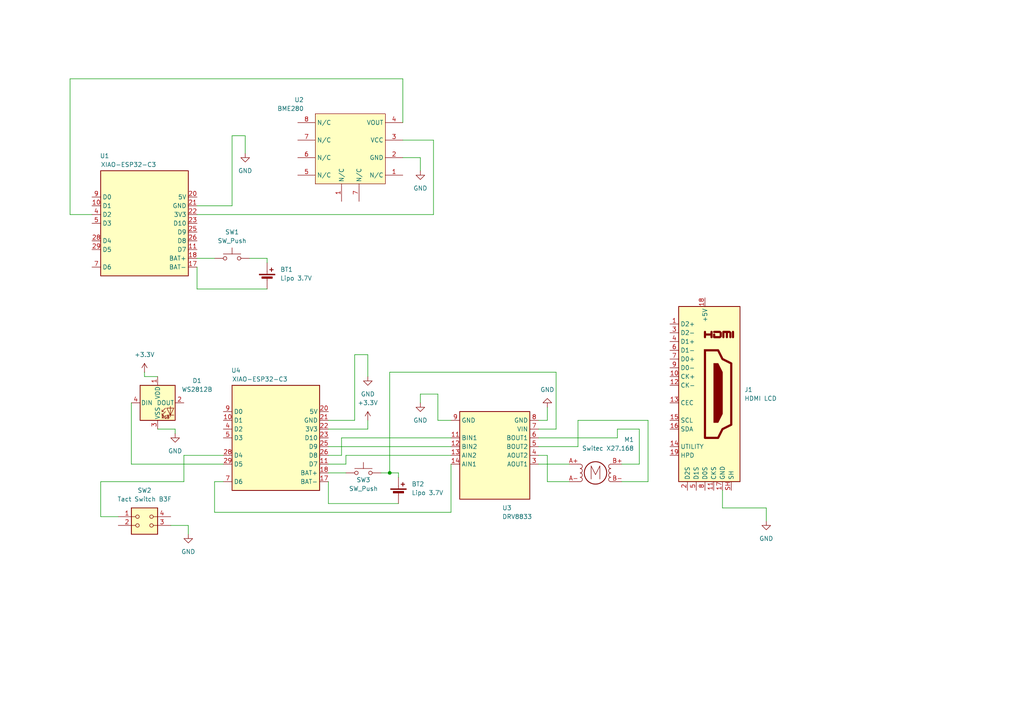
<source format=kicad_sch>
(kicad_sch (version 20250114) (generator "eeschema") (generator_version "9.0")
  (paper "A4")
  (lib_symbols
    (symbol "Connector:HDMI_A"
      (property "Reference" "J" (at -6.35 26.67 0))
      (property "Value" "HDMI_A" (at 10.16 26.67 0))
      (symbol "HDMI_A_0_0"
        (polyline (pts (xy 0 16.51) (xy 0 18.034) (xy 0 17.272) (xy 1.905 17.272) (xy 1.905 18.034) (xy 1.905 16.51)) (stroke (width 0.635)))
        (polyline (pts (xy 2.667 18.034) (xy 4.318 18.034) (xy 4.572 17.78) (xy 4.572 16.764) (xy 4.318 16.51) (xy 2.667 16.51) (xy 2.667 17.272)) (stroke (width 0.635)))
        (polyline (pts (xy 8.128 16.51) (xy 8.128 18.034)) (stroke (width 0.635)))
      )
      (symbol "HDMI_A_0_1"
        (rectangle (start -7.62 25.4) (end 10.16 -25.4) (stroke (width 0.254)) (fill (type background)))
        (polyline (pts (xy 0 12.7) (xy 0 -12.7) (xy 3.81 -12.7) (xy 5.08 -10.16) (xy 7.62 -8.89) (xy 7.62 8.89) (xy 5.08 10.16) (xy 3.81 12.7) (xy 0 12.7)) (stroke (width 0.635)))
        (polyline (pts (xy 2.54 8.89) (xy 3.81 8.89) (xy 5.08 6.35) (xy 5.08 -5.715) (xy 3.81 -8.255) (xy 2.54 -8.255) (xy 2.54 8.89)) (fill (type outline)))
        (polyline (pts (xy 5.334 16.51) (xy 5.334 18.034) (xy 6.35 18.034) (xy 6.35 16.51) (xy 6.35 18.034) (xy 7.112 18.034) (xy 7.366 17.78) (xy 7.366 16.51)) (stroke (width 0.635)))
      )
      (symbol "HDMI_A_1_1"
        (pin passive line (at -10.16 20.32 0) (length 2.54) (name "D2+") (number "1"))
        (pin passive line (at -10.16 17.78 0) (length 2.54) (name "D2-") (number "3"))
        (pin passive line (at -10.16 15.24 0) (length 2.54) (name "D1+") (number "4"))
        (pin passive line (at -10.16 12.7 0) (length 2.54) (name "D1-") (number "6"))
        (pin passive line (at -10.16 10.16 0) (length 2.54) (name "D0+") (number "7"))
        (pin passive line (at -10.16 7.62 0) (length 2.54) (name "D0-") (number "9"))
        (pin passive line (at -10.16 5.08 0) (length 2.54) (name "CK+") (number "10"))
        (pin passive line (at -10.16 2.54 0) (length 2.54) (name "CK-") (number "12"))
        (pin bidirectional line (at -10.16 -2.54 0) (length 2.54) (name "CEC") (number "13"))
        (pin passive line (at -10.16 -7.62 0) (length 2.54) (name "SCL") (number "15"))
        (pin bidirectional line (at -10.16 -10.16 0) (length 2.54) (name "SDA") (number "16"))
        (pin passive line (at -10.16 -15.24 0) (length 2.54) (name "UTILITY") (number "14"))
        (pin passive line (at -10.16 -17.78 0) (length 2.54) (name "HPD") (number "19"))
        (pin power_in line (at -5.08 -27.94 90) (length 2.54) (name "D2S") (number "2"))
        (pin power_in line (at -2.54 -27.94 90) (length 2.54) (name "D1S") (number "5"))
        (pin power_in line (at 0 27.94 270) (length 2.54) (name "+5V") (number "18"))
        (pin power_in line (at 0 -27.94 90) (length 2.54) (name "D0S") (number "8"))
        (pin power_in line (at 2.54 -27.94 90) (length 2.54) (name "CKS") (number "11"))
        (pin power_in line (at 5.08 -27.94 90) (length 2.54) (name "GND") (number "17"))
        (pin passive line (at 7.62 -27.94 90) (length 2.54) (name "SH") (number "SH"))
      )
    )
    (symbol "Device:Battery_Cell" (pin_numbers (hide yes)) (pin_names (offset 0) (hide yes))
      (property "Reference" "BT" (at 2.54 2.54 0))
      (property "Value" "Battery_Cell" (at 2.54 0 0))
      (symbol "Battery_Cell_0_1"
        (rectangle (start -2.286 1.778) (end 2.286 1.524) (fill (type outline)))
        (rectangle (start -1.524 1.016) (end 1.524 0.508) (fill (type outline)))
        (polyline (pts (xy 0 1.778) (xy 0 2.54)))
        (polyline (pts (xy 0 0.762) (xy 0 0)))
        (polyline (pts (xy 0.762 3.048) (xy 1.778 3.048)) (stroke (width 0.254)))
        (polyline (pts (xy 1.27 3.556) (xy 1.27 2.54)) (stroke (width 0.254)))
      )
      (symbol "Battery_Cell_1_1"
        (pin passive line (at 0 5.08 270) (length 2.54) (name "+") (number "1"))
        (pin passive line (at 0 -2.54 90) (length 2.54) (name "-") (number "2"))
      )
    )
    (symbol "Driver_Motor:DRV8833RTY"
      (property "Reference" "U3" (at 2.1433 -15.24 0))
      (property "Value" "DRV8833" (at 2.1433 -17.78 0))
      (symbol "DRV8833RTY_0_1"
        (rectangle (start -10.16 12.7) (end 10.16 -12.7) (stroke (width 0.254)) (fill (type background)))
      )
      (symbol "DRV8833RTY_1_1"
        (pin power_in line (at -12.7 10.16 0) (length 2.54) (name "GND") (number "9"))
        (pin bidirectional line (at -12.7 7.62 0) (length 2.54) (hide yes) (name "VCP") (number "10"))
        (pin input line (at -12.7 5.08 0) (length 2.54) (name "BIN1") (number "11"))
        (pin input line (at -12.7 2.54 0) (length 2.54) (name "BIN2") (number "12"))
        (pin input line (at -12.7 0 0) (length 2.54) (name "AIN2") (number "13"))
        (pin input line (at -12.7 -2.54 0) (length 2.54) (name "AIN1") (number "14"))
        (pin input line (at -12.7 -5.08 0) (length 2.54) (hide yes) (name "BIN1") (number "15"))
        (pin input line (at -12.7 -7.62 0) (length 2.54) (hide yes) (name "16") (number "8"))
        (pin power_in line (at 0 -15.24 90) (length 2.54) (hide yes) (name "GND") (number "11"))
        (pin passive line (at 0 -15.24 90) (length 2.54) (hide yes) (name "GND") (number "17"))
        (pin power_in line (at 5.08 15.24 270) (length 2.54) (hide yes) (name "VINT") (number "12"))
        (pin power_in line (at 7.62 15.24 270) (length 2.54) (hide yes) (name "VM") (number "10"))
        (pin power_in line (at 12.7 10.16 180) (length 2.54) (name "GND") (number "8"))
        (pin power_in line (at 12.7 7.62 180) (length 2.54) (name "VIN") (number "7"))
        (pin power_out line (at 12.7 5.08 180) (length 2.54) (name "BOUT1") (number "6"))
        (pin power_out line (at 12.7 2.54 180) (length 2.54) (name "BOUT2") (number "5"))
        (pin power_out line (at 12.7 0 180) (length 2.54) (name "AOUT2") (number "4"))
        (pin power_out line (at 12.7 -2.54 180) (length 2.54) (name "AOUT1") (number "3"))
        (pin power_out line (at 12.7 -5.08 180) (length 2.54) (hide yes) (name "BOUT1") (number "2"))
        (pin power_out line (at 12.7 -7.62 180) (length 2.54) (hide yes) (name "BOUT2") (number "1"))
      )
    )
    (symbol "LED:WS2812B" (pin_names (offset 0.254))
      (property "Reference" "D" (at 5.08 5.715 0))
      (property "Value" "WS2812B" (at 1.27 -5.715 0))
      (symbol "WS2812B_0_0"
        (text "RGB" (at 2.286 -4.191 0) (effects (font (size 0.762 0.762))))
      )
      (symbol "WS2812B_0_1"
        (polyline (pts (xy 1.27 -2.54) (xy 1.778 -2.54)))
        (polyline (pts (xy 1.27 -3.556) (xy 1.778 -3.556)))
        (polyline (pts (xy 2.286 -1.524) (xy 1.27 -2.54) (xy 1.27 -2.032)))
        (polyline (pts (xy 2.286 -2.54) (xy 1.27 -3.556) (xy 1.27 -3.048)))
        (polyline (pts (xy 3.683 -1.016) (xy 3.683 -3.556) (xy 3.683 -4.064)))
        (polyline (pts (xy 4.699 -1.524) (xy 2.667 -1.524) (xy 3.683 -3.556) (xy 4.699 -1.524)))
        (polyline (pts (xy 4.699 -3.556) (xy 2.667 -3.556)))
        (rectangle (start 5.08 5.08) (end -5.08 -5.08) (stroke (width 0.254)) (fill (type background)))
      )
      (symbol "WS2812B_1_1"
        (pin input line (at -7.62 0 0) (length 2.54) (name "DIN") (number "4"))
        (pin power_in line (at 0 7.62 270) (length 2.54) (name "VDD") (number "1"))
        (pin power_in line (at 0 -7.62 90) (length 2.54) (name "VSS") (number "3"))
        (pin output line (at 7.62 0 180) (length 2.54) (name "DOUT") (number "2"))
      )
    )
    (symbol "Motor:Stepper_Motor_bipolar" (pin_names (offset 0) (hide yes))
      (property "Reference" "M1" (at -11.176 9.652 0))
      (property "Value" "Switec X27.168" (at -11.176 7.112 0))
      (symbol "Stepper_Motor_bipolar_0_0"
        (polyline (pts (xy -1.27 -1.778) (xy -1.27 2.032) (xy 0 -0.508) (xy 1.27 2.032) (xy 1.27 -1.778)))
      )
      (symbol "Stepper_Motor_bipolar_0_1"
        (polyline (pts (xy -5.08 2.54) (xy -4.445 2.54)))
        (polyline (pts (xy -5.08 -2.54) (xy -4.445 -2.54)))
        (arc (start -4.445 2.54) (mid -3.8127 1.905) (end -4.445 1.27))
        (arc (start -4.445 1.27) (mid -3.8127 0.635) (end -4.445 0))
        (arc (start -4.445 0) (mid -3.8127 -0.635) (end -4.445 -1.27))
        (arc (start -4.445 -1.27) (mid -3.8127 -1.905) (end -4.445 -2.54))
        (circle (center 0 0) (radius 3.2512) (stroke (width 0.254)))
        (arc (start 4.445 1.27) (mid 3.8127 1.905) (end 4.445 2.54))
        (arc (start 4.445 0) (mid 3.8127 0.635) (end 4.445 1.27))
        (arc (start 4.445 -1.27) (mid 3.8127 -0.635) (end 4.445 0))
        (arc (start 4.445 -2.54) (mid 3.8127 -1.905) (end 4.445 -1.27))
        (polyline (pts (xy 5.08 2.54) (xy 4.445 2.54)))
        (polyline (pts (xy 5.08 -2.54) (xy 4.445 -2.54)))
      )
      (symbol "Stepper_Motor_bipolar_1_1"
        (pin passive line (at -7.62 2.54 0) (length 2.54) (name "~") (number "B+"))
        (pin passive line (at -7.62 -2.54 0) (length 2.54) (name "~") (number "B-"))
        (pin passive line (at 7.62 2.54 180) (length 2.54) (name "-") (number "A+"))
        (pin passive line (at 7.62 -2.54 180) (length 2.54) (name "~") (number "A-"))
      )
    )
    (symbol "RF_Module:ESP32-C3-DevKitM-1"
      (property "Reference" "U1" (at 2.1433 20.32 0))
      (property "Value" "XIAO-ESP32-C3" (at 2.1433 17.78 0))
      (symbol "ESP32-C3-DevKitM-1_1_1"
        (rectangle (start -12.7 15.24) (end 12.7 -15.24) (stroke (width 0.254)) (fill (type background)))
        (pin bidirectional line (at -15.24 7.62 0) (length 2.54) (name "D0") (number "9"))
        (pin bidirectional line (at -15.24 5.08 0) (length 2.54) (name "D1") (number "10"))
        (pin bidirectional line (at -15.24 2.54 0) (length 2.54) (name "D2") (number "4"))
        (pin bidirectional line (at -15.24 0 0) (length 2.54) (name "D3") (number "5"))
        (pin input line (at -15.24 -5.08 0) (length 2.54) (name "D4") (number "28"))
        (pin output line (at -15.24 -7.62 0) (length 2.54) (name "D5") (number "29"))
        (pin input line (at -15.24 -12.7 0) (length 2.54) (name "D6") (number "7"))
        (pin passive line (at 0 17.78 270) (length 2.54) (hide yes) (name "5V") (number "13"))
        (pin passive line (at 0 17.78 270) (length 2.54) (hide yes) (name "5V") (number "14"))
        (pin power_in line (at 0 -17.78 90) (length 2.54) (hide yes) (name "GND") (number "1"))
        (pin passive line (at 0 -17.78 90) (length 2.54) (hide yes) (name "GND") (number "12"))
        (pin passive line (at 0 -17.78 90) (length 2.54) (hide yes) (name "GND") (number "15"))
        (pin passive line (at 0 -17.78 90) (length 2.54) (hide yes) (name "GND") (number "16"))
        (pin passive line (at 0 -17.78 90) (length 2.54) (hide yes) (name "GND") (number "19"))
        (pin passive line (at 0 -17.78 90) (length 2.54) (hide yes) (name "GND") (number "24"))
        (pin passive line (at 0 -17.78 90) (length 2.54) (hide yes) (name "GND") (number "27"))
        (pin passive line (at 0 -17.78 90) (length 2.54) (hide yes) (name "GND") (number "30"))
        (pin passive line (at 0 -17.78 90) (length 2.54) (hide yes) (name "GND") (number "6"))
        (pin passive line (at 0 -17.78 90) (length 2.54) (hide yes) (name "GND") (number "8"))
        (pin power_out line (at 15.24 12.7 180) (length 2.54) (hide yes) (name "3V3") (number "2"))
        (pin passive line (at 15.24 12.7 180) (length 2.54) (hide yes) (name "3V3") (number "3"))
        (pin power_in line (at 15.24 7.62 180) (length 2.54) (name "5V") (number "20"))
        (pin power_in line (at 15.24 5.08 180) (length 2.54) (name "GND") (number "21"))
        (pin power_out line (at 15.24 2.54 180) (length 2.54) (name "3V3") (number "22"))
        (pin bidirectional line (at 15.24 0 180) (length 2.54) (name "D10") (number "23"))
        (pin bidirectional line (at 15.24 -2.54 180) (length 2.54) (name "D9") (number "25"))
        (pin bidirectional line (at 15.24 -5.08 180) (length 2.54) (name "D8") (number "26"))
        (pin bidirectional line (at 15.24 -7.62 180) (length 2.54) (name "D7") (number "11"))
        (pin power_in line (at 15.24 -10.16 180) (length 2.54) (name "BAT+") (number "18"))
        (pin power_in line (at 15.24 -12.7 180) (length 2.54) (name "BAT-") (number "17"))
      )
    )
    (symbol "Sensor:BME280"
      (property "Reference" "U2" (at -13.462 14.224 0))
      (property "Value" "BME280" (at -13.462 11.684 0))
      (symbol "BME280_1_1"
        (rectangle (start -10.16 10.16) (end 10.16 -10.16) (fill (type background)))
        (pin bidirectional line (at -15.24 7.62 0) (length 5.08) (name "N/C") (number "8"))
        (pin input line (at -15.24 2.54 0) (length 5.08) (name "N/C") (number "7"))
        (pin bidirectional line (at -15.24 -2.54 0) (length 5.08) (name "N/C") (number "6"))
        (pin input line (at -15.24 -7.62 0) (length 5.08) (name "N/C") (number "5"))
        (pin power_in line (at -2.54 -15.24 90) (length 5.08) (name "N/C") (number "1"))
        (pin power_in line (at 2.54 -15.24 90) (length 5.08) (name "N/C") (number "7"))
        (pin power_in line (at 15.24 7.62 180) (length 5.08) (name "VOUT") (number "4"))
        (pin power_in line (at 15.24 2.54 180) (length 5.08) (name "VCC") (number "3"))
        (pin output line (at 15.24 -2.54 180) (length 5.08) (name "GND") (number "2"))
        (pin input line (at 15.24 -7.62 180) (length 5.08) (name "N/C") (number "1"))
      )
    )
    (symbol "Switch:SW_DIP_x02" (pin_names (offset 0) (hide yes))
      (property "Reference" "SW2" (at 0 10.16 0))
      (property "Value" "Tact Switch B3F" (at 0 7.62 0))
      (symbol "SW_DIP_x02_0_0"
        (circle (center -2.032 2.54) (radius 0.508))
        (circle (center -2.032 0) (radius 0.508))
        (circle (center 2.032 2.54) (radius 0.508))
        (circle (center 2.032 0) (radius 0.508))
      )
      (symbol "SW_DIP_x02_0_1"
        (rectangle (start -3.81 5.08) (end 3.81 -2.54) (stroke (width 0.254)) (fill (type background)))
      )
      (symbol "SW_DIP_x02_1_1"
        (pin passive line (at -7.62 2.54 0) (length 5.08) (name "SW_A") (number "1"))
        (pin passive line (at -7.62 0 0) (length 5.08) (name "~") (number "2"))
        (pin passive line (at 7.62 2.54 180) (length 5.08) (name "~") (number "4"))
        (pin passive line (at 7.62 0 180) (length 5.08) (name "~") (number "3"))
      )
    )
    (symbol "Switch:SW_Push" (pin_numbers (hide yes)) (pin_names (offset 1.016) (hide yes))
      (property "Reference" "SW" (at 1.27 2.54 0))
      (property "Value" "SW_Push" (at 0 -1.524 0))
      (symbol "SW_Push_0_1"
        (circle (center -2.032 0) (radius 0.508))
        (polyline (pts (xy 0 1.27) (xy 0 3.048)))
        (circle (center 2.032 0) (radius 0.508))
        (polyline (pts (xy 2.54 1.27) (xy -2.54 1.27)))
        (pin passive line (at -5.08 0 0) (length 2.54) (name "1") (number "1"))
        (pin passive line (at 5.08 0 180) (length 2.54) (name "2") (number "2"))
      )
    )
    (symbol "power:+3.3V" (power) (pin_numbers (hide yes)) (pin_names (offset 0) (hide yes))
      (property "Value" "+3.3V" (at 0 3.556 0))
      (symbol "+3.3V_0_1"
        (polyline (pts (xy -0.762 1.27) (xy 0 2.54)))
        (polyline (pts (xy 0 2.54) (xy 0.762 1.27)))
        (polyline (pts (xy 0 0) (xy 0 2.54)))
      )
      (symbol "+3.3V_1_1"
        (pin power_in line (at 0 0 90) (length 0) (name "~") (number "1"))
      )
    )
    (symbol "power:GND" (power) (pin_numbers (hide yes)) (pin_names (offset 0) (hide yes))
      (property "Value" "GND" (at 0 -3.81 0))
      (symbol "GND_0_1"
        (polyline (pts (xy 0 0) (xy 0 -1.27) (xy 1.27 -1.27) (xy 0 -2.54) (xy -1.27 -1.27) (xy 0 -1.27)))
      )
      (symbol "GND_1_1"
        (pin power_in line (at 0 0 270) (length 0) (name "~") (number "1"))
      )
    )
  )
  (junction (at 113.03 137.16))
  (wire (pts (xy 156.21 124.46) (xy 161.29 124.46)))
  (wire (pts (xy 187.96 121.92) (xy 187.96 139.7)))
  (wire (pts (xy 209.55 142.24) (xy 209.55 147.32)))
  (wire (pts (xy 38.1 116.84) (xy 38.1 134.62)))
  (wire (pts (xy 121.92 114.3) (xy 121.92 116.84)))
  (wire (pts (xy 158.75 139.7) (xy 165.1 139.7)))
  (wire (pts (xy 41.91 107.95) (xy 41.91 109.22)))
  (wire (pts (xy 113.03 137.16) (xy 115.57 137.16)))
  (wire (pts (xy 185.42 134.62) (xy 180.34 134.62)))
  (wire (pts (xy 50.8 124.46) (xy 50.8 125.73)))
  (wire (pts (xy 45.72 109.22) (xy 41.91 109.22)))
  (wire (pts (xy 64.77 132.08) (xy 53.34 132.08)))
  (wire (pts (xy 67.31 59.69) (xy 67.31 39.37)))
  (wire (pts (xy 209.55 147.32) (xy 222.25 147.32)))
  (wire (pts (xy 54.61 152.4) (xy 54.61 154.94)))
  (wire (pts (xy 71.12 39.37) (xy 71.12 44.45)))
  (wire (pts (xy 156.21 129.54) (xy 167.64 129.54)))
  (wire (pts (xy 72.39 74.93) (xy 77.47 74.93)))
  (wire (pts (xy 116.84 45.72) (xy 121.92 45.72)))
  (wire (pts (xy 130.81 148.59) (xy 62.23 148.59)))
  (wire (pts (xy 57.15 62.23) (xy 125.73 62.23)))
  (wire (pts (xy 57.15 59.69) (xy 67.31 59.69)))
  (wire (pts (xy 29.21 139.7) (xy 29.21 149.86)))
  (wire (pts (xy 185.42 124.46) (xy 185.42 134.62)))
  (wire (pts (xy 116.84 22.86) (xy 20.32 22.86)))
  (wire (pts (xy 77.47 74.93) (xy 77.47 76.2)))
  (wire (pts (xy 161.29 107.95) (xy 113.03 107.95)))
  (wire (pts (xy 95.25 129.54) (xy 130.81 129.54)))
  (wire (pts (xy 115.57 137.16) (xy 115.57 138.43)))
  (wire (pts (xy 179.07 124.46) (xy 185.42 124.46)))
  (wire (pts (xy 53.34 132.08) (xy 53.34 139.7)))
  (wire (pts (xy 95.25 137.16) (xy 100.33 137.16)))
  (wire (pts (xy 38.1 134.62) (xy 64.77 134.62)))
  (wire (pts (xy 187.96 139.7) (xy 180.34 139.7)))
  (wire (pts (xy 167.64 129.54) (xy 167.64 121.92)))
  (wire (pts (xy 106.68 121.92) (xy 106.68 124.46)))
  (wire (pts (xy 127 114.3) (xy 127 121.92)))
  (wire (pts (xy 158.75 132.08) (xy 158.75 139.7)))
  (wire (pts (xy 113.03 107.95) (xy 113.03 137.16)))
  (wire (pts (xy 57.15 77.47) (xy 57.15 83.82)))
  (wire (pts (xy 130.81 134.62) (xy 130.81 148.59)))
  (wire (pts (xy 116.84 35.56) (xy 116.84 22.86)))
  (wire (pts (xy 127 114.3) (xy 121.92 114.3)))
  (wire (pts (xy 156.21 121.92) (xy 158.75 121.92)))
  (wire (pts (xy 20.32 62.23) (xy 26.67 62.23)))
  (wire (pts (xy 67.31 39.37) (xy 71.12 39.37)))
  (wire (pts (xy 161.29 124.46) (xy 161.29 107.95)))
  (wire (pts (xy 99.06 132.08) (xy 95.25 132.08)))
  (wire (pts (xy 116.84 40.64) (xy 125.73 40.64)))
  (wire (pts (xy 57.15 74.93) (xy 62.23 74.93)))
  (wire (pts (xy 156.21 134.62) (xy 165.1 134.62)))
  (wire (pts (xy 156.21 132.08) (xy 158.75 132.08)))
  (wire (pts (xy 167.64 121.92) (xy 187.96 121.92)))
  (wire (pts (xy 99.06 127) (xy 99.06 132.08)))
  (wire (pts (xy 127 121.92) (xy 130.81 121.92)))
  (wire (pts (xy 102.87 102.87) (xy 106.68 102.87)))
  (wire (pts (xy 222.25 147.32) (xy 222.25 151.13)))
  (wire (pts (xy 156.21 127) (xy 179.07 127)))
  (wire (pts (xy 158.75 118.11) (xy 158.75 121.92)))
  (wire (pts (xy 95.25 146.05) (xy 115.57 146.05)))
  (wire (pts (xy 179.07 127) (xy 179.07 124.46)))
  (wire (pts (xy 57.15 83.82) (xy 77.47 83.82)))
  (wire (pts (xy 29.21 149.86) (xy 34.29 149.86)))
  (wire (pts (xy 45.72 124.46) (xy 50.8 124.46)))
  (wire (pts (xy 130.81 132.08) (xy 100.33 132.08)))
  (wire (pts (xy 110.49 137.16) (xy 113.03 137.16)))
  (wire (pts (xy 95.25 121.92) (xy 102.87 121.92)))
  (wire (pts (xy 95.25 124.46) (xy 106.68 124.46)))
  (wire (pts (xy 49.53 152.4) (xy 54.61 152.4)))
  (wire (pts (xy 53.34 139.7) (xy 29.21 139.7)))
  (wire (pts (xy 102.87 121.92) (xy 102.87 102.87)))
  (wire (pts (xy 100.33 132.08) (xy 100.33 134.62)))
  (wire (pts (xy 121.92 45.72) (xy 121.92 49.53)))
  (wire (pts (xy 130.81 127) (xy 99.06 127)))
  (wire (pts (xy 106.68 102.87) (xy 106.68 109.22)))
  (wire (pts (xy 62.23 148.59) (xy 62.23 139.7)))
  (wire (pts (xy 20.32 22.86) (xy 20.32 62.23)))
  (wire (pts (xy 95.25 139.7) (xy 95.25 146.05)))
  (wire (pts (xy 62.23 139.7) (xy 64.77 139.7)))
  (wire (pts (xy 100.33 134.62) (xy 95.25 134.62)))
  (wire (pts (xy 125.73 40.64) (xy 125.73 62.23)))
  (symbol (lib_id "Switch:SW_Push") (at 67.31 74.93 0) (unit 1)
    (property "Reference" "SW1" (at 67.31 67.31 0))
    (property "Value" "SW_Push" (at 67.31 69.85 0))
    (property "Description" "Push button switch, generic, two pins" (effects (hide yes)))
  )
  (symbol (lib_id "power:+3.3V") (at 106.68 121.92 0) (unit 1)
    (property "Reference" "#PWR06" (effects (hide yes)))
    (property "Value" "+3.3V" (at 106.68 116.84 0))
    (property "Description" "Power symbol creates a global label with name \"+3.3V\"" (effects (hide yes)))
  )
  (symbol (lib_id "Device:Battery_Cell") (at 115.57 143.51 0) (unit 1)
    (property "Reference" "BT2" (at 119.38 140.3984 0) (effects (justify left)))
    (property "Value" "Lipo 3.7V" (at 119.38 142.9384 0) (effects (justify left)))
    (property "Description" "Single-cell battery" (effects (hide yes)))
  )
  (symbol (lib_id "power:GND") (at 222.25 151.13 0) (unit 1)
    (property "Reference" "#PWR011" (effects (hide yes)))
    (property "Value" "GND" (at 222.25 156.21 0))
    (property "Description" "Power symbol creates a global label with name \"GND\" , ground" (effects (hide yes)))
  )
  (symbol (lib_id "power:GND") (at 71.12 44.45 0) (unit 1)
    (property "Reference" "#PWR01" (effects (hide yes)))
    (property "Value" "GND" (at 71.12 49.53 0))
    (property "Description" "Power symbol creates a global label with name \"GND\" , ground" (effects (hide yes)))
  )
  (symbol (lib_id "Switch:SW_DIP_x02") (at 41.91 152.4 0) (unit 1)
    (property "Reference" "SW2" (at 41.91 142.24 0))
    (property "Value" "Tact Switch B3F" (at 41.91 144.78 0))
    (property "Description" "2x DIP Switch, Single Pole Single Throw (SPST) switch, small symbol" (effects (hide yes)))
  )
  (symbol (lib_id "Sensor:BME280") (at 101.6 43.18 0) (unit 1)
    (property "Reference" "U2" (at 88.138 28.956 0) (effects (justify right)))
    (property "Value" "BME280" (at 88.138 31.496 0) (effects (justify right)))
    (property "Footprint" "Package_LGA:Bosch_LGA-8_2.5x2.5mm_P0.65mm_ClockwisePinNumbering" (effects (hide yes)))
    (property "Datasheet" "https://www.bosch-sensortec.com/media/boschsensortec/downloads/datasheets/bst-bme280-ds002.pdf" (effects (hide yes)))
    (property "Description" "3-in-1 sensor, humidity, pressure, temperature, I2C and SPI interface, 1.71-3.6V, LGA-8" (effects (hide yes)))
  )
  (symbol (lib_id "power:GND") (at 106.68 109.22 0) (unit 1)
    (property "Reference" "#PWR03" (effects (hide yes)))
    (property "Value" "GND" (at 106.68 114.3 0))
    (property "Description" "Power symbol creates a global label with name \"GND\" , ground" (effects (hide yes)))
  )
  (symbol (lib_id "Driver_Motor:DRV8833RTY") (at 143.51 132.08 0) (unit 1)
    (property "Reference" "U3" (at 145.6533 147.32 0) (effects (justify left)))
    (property "Value" "DRV8833" (at 145.6533 149.86 0) (effects (justify left)))
    (property "Footprint" "Package_DFN_QFN:Texas_RTY_WQFN-16-1EP_4x4mm_P0.65mm_EP2.1x2.1mm_ThermalVias" (effects (hide yes)))
    (property "Datasheet" "http://www.ti.com/lit/ds/symlink/drv8833.pdf" (effects (hide yes)))
    (property "Description" "Dual H-Bridge Motor Driver, WQFN-16" (effects (hide yes)))
  )
  (symbol (lib_id "power:GND") (at 50.8 125.73 0) (unit 1)
    (property "Reference" "#PWR08" (effects (hide yes)))
    (property "Value" "GND" (at 50.8 130.81 0))
    (property "Description" "Power symbol creates a global label with name \"GND\" , ground" (effects (hide yes)))
  )
  (symbol (lib_id "RF_Module:ESP32-C3-DevKitM-1") (at 80.01 127 0) (unit 1)
    (property "Reference" "U4" (at 67.056 107.442 0) (effects (justify left)))
    (property "Value" "XIAO-ESP32-C3" (at 67.31 109.982 0) (effects (justify left)))
    (property "Footprint" "RF_Module:ESP32-C3-DevKitM-1" (effects (hide yes)))
    (property "Datasheet" "https://docs.espressif.com/projects/esp-idf/en/latest/esp32c3/hw-reference/esp32c3/user-guide-devkitm-1.html" (effects (hide yes)))
    (property "Description" "Development board featuring ESP32-C3-MINI-1 module" (effects (hide yes)))
  )
  (symbol (lib_id "power:+3.3V") (at 41.91 107.95 0) (unit 1)
    (property "Reference" "#PWR010" (effects (hide yes)))
    (property "Value" "+3.3V" (at 41.91 102.87 0))
    (property "Description" "Power symbol creates a global label with name \"+3.3V\"" (effects (hide yes)))
  )
  (symbol (lib_id "Motor:Stepper_Motor_bipolar") (at 172.72 137.16 0) (mirror y) (unit 1)
    (property "Reference" "M1" (at 183.896 127.508 0) (effects (justify left)))
    (property "Value" "Switec X27.168" (at 183.896 130.048 0) (effects (justify left)))
    (property "Datasheet" "http://www.infineon.com/dgdl/Application-Note-TLE8110EE_driving_UniPolarStepperMotor_V1.1.pdf?fileId=db3a30431be39b97011be5d0aa0a00b0" (effects (hide yes)))
    (property "Description" "4-wire bipolar stepper motor" (effects (hide yes)))
  )
  (symbol (lib_id "RF_Module:ESP32-C3-DevKitM-1") (at 41.91 64.77 0) (unit 1)
    (property "Reference" "U1" (at 28.956 45.212 0) (effects (justify left)))
    (property "Value" "XIAO-ESP32-C3" (at 29.21 47.752 0) (effects (justify left)))
    (property "Footprint" "RF_Module:ESP32-C3-DevKitM-1" (effects (hide yes)))
    (property "Datasheet" "https://docs.espressif.com/projects/esp-idf/en/latest/esp32c3/hw-reference/esp32c3/user-guide-devkitm-1.html" (effects (hide yes)))
    (property "Description" "Development board featuring ESP32-C3-MINI-1 module" (effects (hide yes)))
  )
  (symbol (lib_id "Device:Battery_Cell") (at 77.47 81.28 0) (unit 1)
    (property "Reference" "BT1" (at 81.28 78.1684 0) (effects (justify left)))
    (property "Value" "Lipo 3.7V" (at 81.28 80.7084 0) (effects (justify left)))
    (property "Description" "Single-cell battery" (effects (hide yes)))
  )
  (symbol (lib_id "power:GND") (at 158.75 118.11 0) (mirror x) (unit 1)
    (property "Reference" "#PWR05" (effects (hide yes)))
    (property "Value" "GND" (at 158.75 113.03 0))
    (property "Description" "Power symbol creates a global label with name \"GND\" , ground" (effects (hide yes)))
  )
  (symbol (lib_id "Switch:SW_Push") (at 105.41 137.16 0) (unit 1)
    (property "Reference" "SW3" (at 105.41 139.192 0))
    (property "Value" "SW_Push" (at 105.41 141.732 0))
    (property "Description" "Push button switch, generic, two pins" (effects (hide yes)))
  )
  (symbol (lib_id "power:GND") (at 121.92 49.53 0) (unit 1)
    (property "Reference" "#PWR02" (effects (hide yes)))
    (property "Value" "GND" (at 121.92 54.61 0))
    (property "Description" "Power symbol creates a global label with name \"GND\" , ground" (effects (hide yes)))
  )
  (symbol (lib_id "power:GND") (at 54.61 154.94 0) (unit 1)
    (property "Reference" "#PWR09" (effects (hide yes)))
    (property "Value" "GND" (at 54.61 160.02 0))
    (property "Description" "Power symbol creates a global label with name \"GND\" , ground" (effects (hide yes)))
  )
  (symbol (lib_id "power:GND") (at 121.92 116.84 0) (unit 1)
    (property "Reference" "#PWR04" (effects (hide yes)))
    (property "Value" "GND" (at 121.92 121.92 0))
    (property "Description" "Power symbol creates a global label with name \"GND\" , ground" (effects (hide yes)))
  )
  (symbol (lib_id "Connector:HDMI_A") (at 204.47 114.3 0) (unit 1)
    (property "Reference" "J1" (at 215.9 113.0299 0) (effects (justify left)))
    (property "Value" "HDMI LCD" (at 215.9 115.5699 0) (effects (justify left)))
    (property "Datasheet" "https://en.wikipedia.org/wiki/HDMI" (effects (hide yes)))
    (property "Description" "HDMI type A connector" (effects (hide yes)))
  )
  (symbol (lib_id "LED:WS2812B") (at 45.72 116.84 0) (unit 1)
    (property "Reference" "D1" (at 57.15 110.4198 0))
    (property "Value" "WS2812B" (at 57.15 112.9598 0))
    (property "Footprint" "LED_SMD:LED_WS2812B_PLCC4_5.0x5.0mm_P3.2mm" (effects (hide yes)))
    (property "Datasheet" "https://cdn-shop.adafruit.com/datasheets/WS2812B.pdf" (effects (hide yes)))
    (property "Description" "RGB LED with integrated controller" (effects (hide yes)))
  )
)
</source>
